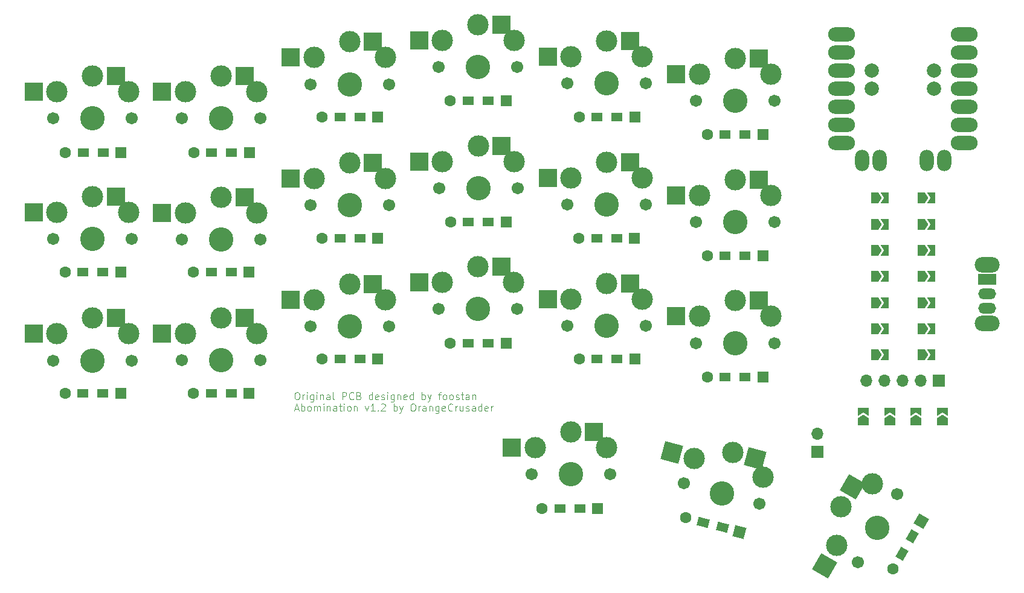
<source format=gbr>
%TF.GenerationSoftware,KiCad,Pcbnew,(6.0.0)*%
%TF.CreationDate,2023-02-19T18:14:09-06:00*%
%TF.ProjectId,corne-chocolate,636f726e-652d-4636-986f-636f6c617465,1.0*%
%TF.SameCoordinates,Original*%
%TF.FileFunction,Soldermask,Top*%
%TF.FilePolarity,Negative*%
%FSLAX46Y46*%
G04 Gerber Fmt 4.6, Leading zero omitted, Abs format (unit mm)*
G04 Created by KiCad (PCBNEW (6.0.0)) date 2023-02-19 18:14:09*
%MOMM*%
%LPD*%
G01*
G04 APERTURE LIST*
G04 Aperture macros list*
%AMRotRect*
0 Rectangle, with rotation*
0 The origin of the aperture is its center*
0 $1 length*
0 $2 width*
0 $3 Rotation angle, in degrees counterclockwise*
0 Add horizontal line*
21,1,$1,$2,0,0,$3*%
%AMFreePoly0*
4,1,6,1.000000,0.000000,0.500000,-0.750000,-0.500000,-0.750000,-0.500000,0.750000,0.500000,0.750000,1.000000,0.000000,1.000000,0.000000,$1*%
%AMFreePoly1*
4,1,6,0.500000,-0.750000,-0.650000,-0.750000,-0.150000,0.000000,-0.650000,0.750000,0.500000,0.750000,0.500000,-0.750000,0.500000,-0.750000,$1*%
G04 Aperture macros list end*
%ADD10C,0.125000*%
%ADD11O,3.748280X1.998980*%
%ADD12C,1.998980*%
%ADD13C,1.000000*%
%ADD14O,1.998980X2.998470*%
%ADD15R,1.600000X1.600000*%
%ADD16R,1.600000X1.200000*%
%ADD17C,1.600000*%
%ADD18RotRect,1.600000X1.200000X345.000000*%
%ADD19RotRect,1.600000X1.600000X345.000000*%
%ADD20RotRect,1.600000X1.600000X60.000000*%
%ADD21RotRect,1.600000X1.200000X60.000000*%
%ADD22C,3.000000*%
%ADD23C,1.701800*%
%ADD24C,3.429000*%
%ADD25R,2.600000X2.600000*%
%ADD26RotRect,2.600000X2.600000X165.000000*%
%ADD27RotRect,2.600000X2.600000X240.000000*%
%ADD28FreePoly0,90.000000*%
%ADD29FreePoly1,90.000000*%
%ADD30FreePoly0,0.000000*%
%ADD31FreePoly1,0.000000*%
%ADD32R,1.700000X1.700000*%
%ADD33O,1.700000X1.700000*%
%ADD34O,3.500000X2.200000*%
%ADD35R,2.500000X1.500000*%
%ADD36O,2.500000X1.500000*%
G04 APERTURE END LIST*
D10*
X-91240179Y-49647380D02*
X-91049703Y-49647380D01*
X-90954465Y-49695000D01*
X-90859227Y-49790238D01*
X-90811608Y-49980714D01*
X-90811608Y-50314047D01*
X-90859227Y-50504523D01*
X-90954465Y-50599761D01*
X-91049703Y-50647380D01*
X-91240179Y-50647380D01*
X-91335417Y-50599761D01*
X-91430655Y-50504523D01*
X-91478274Y-50314047D01*
X-91478274Y-49980714D01*
X-91430655Y-49790238D01*
X-91335417Y-49695000D01*
X-91240179Y-49647380D01*
X-90383036Y-50647380D02*
X-90383036Y-49980714D01*
X-90383036Y-50171190D02*
X-90335417Y-50075952D01*
X-90287798Y-50028333D01*
X-90192560Y-49980714D01*
X-90097322Y-49980714D01*
X-89763989Y-50647380D02*
X-89763989Y-49980714D01*
X-89763989Y-49647380D02*
X-89811608Y-49695000D01*
X-89763989Y-49742619D01*
X-89716370Y-49695000D01*
X-89763989Y-49647380D01*
X-89763989Y-49742619D01*
X-88859227Y-49980714D02*
X-88859227Y-50790238D01*
X-88906846Y-50885476D01*
X-88954465Y-50933095D01*
X-89049703Y-50980714D01*
X-89192560Y-50980714D01*
X-89287798Y-50933095D01*
X-88859227Y-50599761D02*
X-88954465Y-50647380D01*
X-89144941Y-50647380D01*
X-89240179Y-50599761D01*
X-89287798Y-50552142D01*
X-89335417Y-50456904D01*
X-89335417Y-50171190D01*
X-89287798Y-50075952D01*
X-89240179Y-50028333D01*
X-89144941Y-49980714D01*
X-88954465Y-49980714D01*
X-88859227Y-50028333D01*
X-88383036Y-50647380D02*
X-88383036Y-49980714D01*
X-88383036Y-49647380D02*
X-88430655Y-49695000D01*
X-88383036Y-49742619D01*
X-88335417Y-49695000D01*
X-88383036Y-49647380D01*
X-88383036Y-49742619D01*
X-87906846Y-49980714D02*
X-87906846Y-50647380D01*
X-87906846Y-50075952D02*
X-87859227Y-50028333D01*
X-87763989Y-49980714D01*
X-87621131Y-49980714D01*
X-87525893Y-50028333D01*
X-87478274Y-50123571D01*
X-87478274Y-50647380D01*
X-86573512Y-50647380D02*
X-86573512Y-50123571D01*
X-86621131Y-50028333D01*
X-86716370Y-49980714D01*
X-86906846Y-49980714D01*
X-87002084Y-50028333D01*
X-86573512Y-50599761D02*
X-86668750Y-50647380D01*
X-86906846Y-50647380D01*
X-87002084Y-50599761D01*
X-87049703Y-50504523D01*
X-87049703Y-50409285D01*
X-87002084Y-50314047D01*
X-86906846Y-50266428D01*
X-86668750Y-50266428D01*
X-86573512Y-50218809D01*
X-85954465Y-50647380D02*
X-86049703Y-50599761D01*
X-86097322Y-50504523D01*
X-86097322Y-49647380D01*
X-84811608Y-50647380D02*
X-84811608Y-49647380D01*
X-84430655Y-49647380D01*
X-84335417Y-49695000D01*
X-84287798Y-49742619D01*
X-84240179Y-49837857D01*
X-84240179Y-49980714D01*
X-84287798Y-50075952D01*
X-84335417Y-50123571D01*
X-84430655Y-50171190D01*
X-84811608Y-50171190D01*
X-83240179Y-50552142D02*
X-83287798Y-50599761D01*
X-83430655Y-50647380D01*
X-83525893Y-50647380D01*
X-83668750Y-50599761D01*
X-83763989Y-50504523D01*
X-83811608Y-50409285D01*
X-83859227Y-50218809D01*
X-83859227Y-50075952D01*
X-83811608Y-49885476D01*
X-83763989Y-49790238D01*
X-83668750Y-49695000D01*
X-83525893Y-49647380D01*
X-83430655Y-49647380D01*
X-83287798Y-49695000D01*
X-83240179Y-49742619D01*
X-82478274Y-50123571D02*
X-82335417Y-50171190D01*
X-82287798Y-50218809D01*
X-82240179Y-50314047D01*
X-82240179Y-50456904D01*
X-82287798Y-50552142D01*
X-82335417Y-50599761D01*
X-82430655Y-50647380D01*
X-82811608Y-50647380D01*
X-82811608Y-49647380D01*
X-82478274Y-49647380D01*
X-82383036Y-49695000D01*
X-82335417Y-49742619D01*
X-82287798Y-49837857D01*
X-82287798Y-49933095D01*
X-82335417Y-50028333D01*
X-82383036Y-50075952D01*
X-82478274Y-50123571D01*
X-82811608Y-50123571D01*
X-80621131Y-50647380D02*
X-80621131Y-49647380D01*
X-80621131Y-50599761D02*
X-80716370Y-50647380D01*
X-80906846Y-50647380D01*
X-81002084Y-50599761D01*
X-81049703Y-50552142D01*
X-81097322Y-50456904D01*
X-81097322Y-50171190D01*
X-81049703Y-50075952D01*
X-81002084Y-50028333D01*
X-80906846Y-49980714D01*
X-80716370Y-49980714D01*
X-80621131Y-50028333D01*
X-79763989Y-50599761D02*
X-79859227Y-50647380D01*
X-80049703Y-50647380D01*
X-80144941Y-50599761D01*
X-80192560Y-50504523D01*
X-80192560Y-50123571D01*
X-80144941Y-50028333D01*
X-80049703Y-49980714D01*
X-79859227Y-49980714D01*
X-79763989Y-50028333D01*
X-79716370Y-50123571D01*
X-79716370Y-50218809D01*
X-80192560Y-50314047D01*
X-79335417Y-50599761D02*
X-79240179Y-50647380D01*
X-79049703Y-50647380D01*
X-78954465Y-50599761D01*
X-78906846Y-50504523D01*
X-78906846Y-50456904D01*
X-78954465Y-50361666D01*
X-79049703Y-50314047D01*
X-79192560Y-50314047D01*
X-79287798Y-50266428D01*
X-79335417Y-50171190D01*
X-79335417Y-50123571D01*
X-79287798Y-50028333D01*
X-79192560Y-49980714D01*
X-79049703Y-49980714D01*
X-78954465Y-50028333D01*
X-78478274Y-50647380D02*
X-78478274Y-49980714D01*
X-78478274Y-49647380D02*
X-78525893Y-49695000D01*
X-78478274Y-49742619D01*
X-78430655Y-49695000D01*
X-78478274Y-49647380D01*
X-78478274Y-49742619D01*
X-77573512Y-49980714D02*
X-77573512Y-50790238D01*
X-77621131Y-50885476D01*
X-77668750Y-50933095D01*
X-77763989Y-50980714D01*
X-77906846Y-50980714D01*
X-78002084Y-50933095D01*
X-77573512Y-50599761D02*
X-77668750Y-50647380D01*
X-77859227Y-50647380D01*
X-77954465Y-50599761D01*
X-78002084Y-50552142D01*
X-78049703Y-50456904D01*
X-78049703Y-50171190D01*
X-78002084Y-50075952D01*
X-77954465Y-50028333D01*
X-77859227Y-49980714D01*
X-77668750Y-49980714D01*
X-77573512Y-50028333D01*
X-77097322Y-49980714D02*
X-77097322Y-50647380D01*
X-77097322Y-50075952D02*
X-77049703Y-50028333D01*
X-76954465Y-49980714D01*
X-76811608Y-49980714D01*
X-76716370Y-50028333D01*
X-76668750Y-50123571D01*
X-76668750Y-50647380D01*
X-75811608Y-50599761D02*
X-75906846Y-50647380D01*
X-76097322Y-50647380D01*
X-76192560Y-50599761D01*
X-76240179Y-50504523D01*
X-76240179Y-50123571D01*
X-76192560Y-50028333D01*
X-76097322Y-49980714D01*
X-75906846Y-49980714D01*
X-75811608Y-50028333D01*
X-75763989Y-50123571D01*
X-75763989Y-50218809D01*
X-76240179Y-50314047D01*
X-74906846Y-50647380D02*
X-74906846Y-49647380D01*
X-74906846Y-50599761D02*
X-75002084Y-50647380D01*
X-75192560Y-50647380D01*
X-75287798Y-50599761D01*
X-75335417Y-50552142D01*
X-75383036Y-50456904D01*
X-75383036Y-50171190D01*
X-75335417Y-50075952D01*
X-75287798Y-50028333D01*
X-75192560Y-49980714D01*
X-75002084Y-49980714D01*
X-74906846Y-50028333D01*
X-73668750Y-50647380D02*
X-73668750Y-49647380D01*
X-73668750Y-50028333D02*
X-73573512Y-49980714D01*
X-73383036Y-49980714D01*
X-73287798Y-50028333D01*
X-73240179Y-50075952D01*
X-73192560Y-50171190D01*
X-73192560Y-50456904D01*
X-73240179Y-50552142D01*
X-73287798Y-50599761D01*
X-73383036Y-50647380D01*
X-73573512Y-50647380D01*
X-73668750Y-50599761D01*
X-72859227Y-49980714D02*
X-72621131Y-50647380D01*
X-72383036Y-49980714D02*
X-72621131Y-50647380D01*
X-72716370Y-50885476D01*
X-72763989Y-50933095D01*
X-72859227Y-50980714D01*
X-71383036Y-49980714D02*
X-71002084Y-49980714D01*
X-71240179Y-50647380D02*
X-71240179Y-49790238D01*
X-71192560Y-49695000D01*
X-71097322Y-49647380D01*
X-71002084Y-49647380D01*
X-70525893Y-50647380D02*
X-70621131Y-50599761D01*
X-70668750Y-50552142D01*
X-70716370Y-50456904D01*
X-70716370Y-50171190D01*
X-70668750Y-50075952D01*
X-70621131Y-50028333D01*
X-70525893Y-49980714D01*
X-70383036Y-49980714D01*
X-70287798Y-50028333D01*
X-70240179Y-50075952D01*
X-70192560Y-50171190D01*
X-70192560Y-50456904D01*
X-70240179Y-50552142D01*
X-70287798Y-50599761D01*
X-70383036Y-50647380D01*
X-70525893Y-50647380D01*
X-69621131Y-50647380D02*
X-69716370Y-50599761D01*
X-69763989Y-50552142D01*
X-69811608Y-50456904D01*
X-69811608Y-50171190D01*
X-69763989Y-50075952D01*
X-69716370Y-50028333D01*
X-69621131Y-49980714D01*
X-69478274Y-49980714D01*
X-69383036Y-50028333D01*
X-69335417Y-50075952D01*
X-69287798Y-50171190D01*
X-69287798Y-50456904D01*
X-69335417Y-50552142D01*
X-69383036Y-50599761D01*
X-69478274Y-50647380D01*
X-69621131Y-50647380D01*
X-68906846Y-50599761D02*
X-68811608Y-50647380D01*
X-68621131Y-50647380D01*
X-68525893Y-50599761D01*
X-68478274Y-50504523D01*
X-68478274Y-50456904D01*
X-68525893Y-50361666D01*
X-68621131Y-50314047D01*
X-68763989Y-50314047D01*
X-68859227Y-50266428D01*
X-68906846Y-50171190D01*
X-68906846Y-50123571D01*
X-68859227Y-50028333D01*
X-68763989Y-49980714D01*
X-68621131Y-49980714D01*
X-68525893Y-50028333D01*
X-68192560Y-49980714D02*
X-67811608Y-49980714D01*
X-68049703Y-49647380D02*
X-68049703Y-50504523D01*
X-68002084Y-50599761D01*
X-67906846Y-50647380D01*
X-67811608Y-50647380D01*
X-67049703Y-50647380D02*
X-67049703Y-50123571D01*
X-67097322Y-50028333D01*
X-67192560Y-49980714D01*
X-67383036Y-49980714D01*
X-67478274Y-50028333D01*
X-67049703Y-50599761D02*
X-67144941Y-50647380D01*
X-67383036Y-50647380D01*
X-67478274Y-50599761D01*
X-67525893Y-50504523D01*
X-67525893Y-50409285D01*
X-67478274Y-50314047D01*
X-67383036Y-50266428D01*
X-67144941Y-50266428D01*
X-67049703Y-50218809D01*
X-66573512Y-49980714D02*
X-66573512Y-50647380D01*
X-66573512Y-50075952D02*
X-66525893Y-50028333D01*
X-66430655Y-49980714D01*
X-66287798Y-49980714D01*
X-66192560Y-50028333D01*
X-66144941Y-50123571D01*
X-66144941Y-50647380D01*
X-91478274Y-51971666D02*
X-91002084Y-51971666D01*
X-91573512Y-52257380D02*
X-91240179Y-51257380D01*
X-90906846Y-52257380D01*
X-90573512Y-52257380D02*
X-90573512Y-51257380D01*
X-90573512Y-51638333D02*
X-90478274Y-51590714D01*
X-90287798Y-51590714D01*
X-90192560Y-51638333D01*
X-90144941Y-51685952D01*
X-90097322Y-51781190D01*
X-90097322Y-52066904D01*
X-90144941Y-52162142D01*
X-90192560Y-52209761D01*
X-90287798Y-52257380D01*
X-90478274Y-52257380D01*
X-90573512Y-52209761D01*
X-89525893Y-52257380D02*
X-89621131Y-52209761D01*
X-89668750Y-52162142D01*
X-89716370Y-52066904D01*
X-89716370Y-51781190D01*
X-89668750Y-51685952D01*
X-89621131Y-51638333D01*
X-89525893Y-51590714D01*
X-89383036Y-51590714D01*
X-89287798Y-51638333D01*
X-89240179Y-51685952D01*
X-89192560Y-51781190D01*
X-89192560Y-52066904D01*
X-89240179Y-52162142D01*
X-89287798Y-52209761D01*
X-89383036Y-52257380D01*
X-89525893Y-52257380D01*
X-88763989Y-52257380D02*
X-88763989Y-51590714D01*
X-88763989Y-51685952D02*
X-88716370Y-51638333D01*
X-88621131Y-51590714D01*
X-88478274Y-51590714D01*
X-88383036Y-51638333D01*
X-88335417Y-51733571D01*
X-88335417Y-52257380D01*
X-88335417Y-51733571D02*
X-88287798Y-51638333D01*
X-88192560Y-51590714D01*
X-88049703Y-51590714D01*
X-87954465Y-51638333D01*
X-87906846Y-51733571D01*
X-87906846Y-52257380D01*
X-87430655Y-52257380D02*
X-87430655Y-51590714D01*
X-87430655Y-51257380D02*
X-87478274Y-51305000D01*
X-87430655Y-51352619D01*
X-87383036Y-51305000D01*
X-87430655Y-51257380D01*
X-87430655Y-51352619D01*
X-86954465Y-51590714D02*
X-86954465Y-52257380D01*
X-86954465Y-51685952D02*
X-86906846Y-51638333D01*
X-86811608Y-51590714D01*
X-86668750Y-51590714D01*
X-86573512Y-51638333D01*
X-86525893Y-51733571D01*
X-86525893Y-52257380D01*
X-85621131Y-52257380D02*
X-85621131Y-51733571D01*
X-85668750Y-51638333D01*
X-85763989Y-51590714D01*
X-85954465Y-51590714D01*
X-86049703Y-51638333D01*
X-85621131Y-52209761D02*
X-85716370Y-52257380D01*
X-85954465Y-52257380D01*
X-86049703Y-52209761D01*
X-86097322Y-52114523D01*
X-86097322Y-52019285D01*
X-86049703Y-51924047D01*
X-85954465Y-51876428D01*
X-85716370Y-51876428D01*
X-85621131Y-51828809D01*
X-85287798Y-51590714D02*
X-84906846Y-51590714D01*
X-85144941Y-51257380D02*
X-85144941Y-52114523D01*
X-85097322Y-52209761D01*
X-85002084Y-52257380D01*
X-84906846Y-52257380D01*
X-84573512Y-52257380D02*
X-84573512Y-51590714D01*
X-84573512Y-51257380D02*
X-84621131Y-51305000D01*
X-84573512Y-51352619D01*
X-84525893Y-51305000D01*
X-84573512Y-51257380D01*
X-84573512Y-51352619D01*
X-83954465Y-52257380D02*
X-84049703Y-52209761D01*
X-84097322Y-52162142D01*
X-84144941Y-52066904D01*
X-84144941Y-51781190D01*
X-84097322Y-51685952D01*
X-84049703Y-51638333D01*
X-83954465Y-51590714D01*
X-83811608Y-51590714D01*
X-83716370Y-51638333D01*
X-83668750Y-51685952D01*
X-83621131Y-51781190D01*
X-83621131Y-52066904D01*
X-83668750Y-52162142D01*
X-83716370Y-52209761D01*
X-83811608Y-52257380D01*
X-83954465Y-52257380D01*
X-83192560Y-51590714D02*
X-83192560Y-52257380D01*
X-83192560Y-51685952D02*
X-83144941Y-51638333D01*
X-83049703Y-51590714D01*
X-82906846Y-51590714D01*
X-82811608Y-51638333D01*
X-82763989Y-51733571D01*
X-82763989Y-52257380D01*
X-81621131Y-51590714D02*
X-81383036Y-52257380D01*
X-81144941Y-51590714D01*
X-80240179Y-52257380D02*
X-80811608Y-52257380D01*
X-80525893Y-52257380D02*
X-80525893Y-51257380D01*
X-80621131Y-51400238D01*
X-80716370Y-51495476D01*
X-80811608Y-51543095D01*
X-79811608Y-52162142D02*
X-79763989Y-52209761D01*
X-79811608Y-52257380D01*
X-79859227Y-52209761D01*
X-79811608Y-52162142D01*
X-79811608Y-52257380D01*
X-79383036Y-51352619D02*
X-79335417Y-51305000D01*
X-79240179Y-51257380D01*
X-79002084Y-51257380D01*
X-78906846Y-51305000D01*
X-78859227Y-51352619D01*
X-78811608Y-51447857D01*
X-78811608Y-51543095D01*
X-78859227Y-51685952D01*
X-79430655Y-52257380D01*
X-78811608Y-52257380D01*
X-77621131Y-52257380D02*
X-77621131Y-51257380D01*
X-77621131Y-51638333D02*
X-77525893Y-51590714D01*
X-77335417Y-51590714D01*
X-77240179Y-51638333D01*
X-77192560Y-51685952D01*
X-77144941Y-51781190D01*
X-77144941Y-52066904D01*
X-77192560Y-52162142D01*
X-77240179Y-52209761D01*
X-77335417Y-52257380D01*
X-77525893Y-52257380D01*
X-77621131Y-52209761D01*
X-76811608Y-51590714D02*
X-76573512Y-52257380D01*
X-76335417Y-51590714D02*
X-76573512Y-52257380D01*
X-76668750Y-52495476D01*
X-76716370Y-52543095D01*
X-76811608Y-52590714D01*
X-75002084Y-51257380D02*
X-74811608Y-51257380D01*
X-74716370Y-51305000D01*
X-74621131Y-51400238D01*
X-74573512Y-51590714D01*
X-74573512Y-51924047D01*
X-74621131Y-52114523D01*
X-74716370Y-52209761D01*
X-74811608Y-52257380D01*
X-75002084Y-52257380D01*
X-75097322Y-52209761D01*
X-75192560Y-52114523D01*
X-75240179Y-51924047D01*
X-75240179Y-51590714D01*
X-75192560Y-51400238D01*
X-75097322Y-51305000D01*
X-75002084Y-51257380D01*
X-74144941Y-52257380D02*
X-74144941Y-51590714D01*
X-74144941Y-51781190D02*
X-74097322Y-51685952D01*
X-74049703Y-51638333D01*
X-73954465Y-51590714D01*
X-73859227Y-51590714D01*
X-73097322Y-52257380D02*
X-73097322Y-51733571D01*
X-73144941Y-51638333D01*
X-73240179Y-51590714D01*
X-73430655Y-51590714D01*
X-73525893Y-51638333D01*
X-73097322Y-52209761D02*
X-73192560Y-52257380D01*
X-73430655Y-52257380D01*
X-73525893Y-52209761D01*
X-73573512Y-52114523D01*
X-73573512Y-52019285D01*
X-73525893Y-51924047D01*
X-73430655Y-51876428D01*
X-73192560Y-51876428D01*
X-73097322Y-51828809D01*
X-72621131Y-51590714D02*
X-72621131Y-52257380D01*
X-72621131Y-51685952D02*
X-72573512Y-51638333D01*
X-72478274Y-51590714D01*
X-72335417Y-51590714D01*
X-72240179Y-51638333D01*
X-72192560Y-51733571D01*
X-72192560Y-52257380D01*
X-71287798Y-51590714D02*
X-71287798Y-52400238D01*
X-71335417Y-52495476D01*
X-71383036Y-52543095D01*
X-71478274Y-52590714D01*
X-71621131Y-52590714D01*
X-71716370Y-52543095D01*
X-71287798Y-52209761D02*
X-71383036Y-52257380D01*
X-71573512Y-52257380D01*
X-71668750Y-52209761D01*
X-71716370Y-52162142D01*
X-71763989Y-52066904D01*
X-71763989Y-51781190D01*
X-71716370Y-51685952D01*
X-71668750Y-51638333D01*
X-71573512Y-51590714D01*
X-71383036Y-51590714D01*
X-71287798Y-51638333D01*
X-70430655Y-52209761D02*
X-70525893Y-52257380D01*
X-70716370Y-52257380D01*
X-70811608Y-52209761D01*
X-70859227Y-52114523D01*
X-70859227Y-51733571D01*
X-70811608Y-51638333D01*
X-70716370Y-51590714D01*
X-70525893Y-51590714D01*
X-70430655Y-51638333D01*
X-70383036Y-51733571D01*
X-70383036Y-51828809D01*
X-70859227Y-51924047D01*
X-69383036Y-52162142D02*
X-69430655Y-52209761D01*
X-69573512Y-52257380D01*
X-69668751Y-52257380D01*
X-69811608Y-52209761D01*
X-69906846Y-52114523D01*
X-69954465Y-52019285D01*
X-70002084Y-51828809D01*
X-70002084Y-51685952D01*
X-69954465Y-51495476D01*
X-69906846Y-51400238D01*
X-69811608Y-51305000D01*
X-69668751Y-51257380D01*
X-69573512Y-51257380D01*
X-69430655Y-51305000D01*
X-69383036Y-51352619D01*
X-68954465Y-52257380D02*
X-68954465Y-51590714D01*
X-68954465Y-51781190D02*
X-68906846Y-51685952D01*
X-68859227Y-51638333D01*
X-68763989Y-51590714D01*
X-68668751Y-51590714D01*
X-67906846Y-51590714D02*
X-67906846Y-52257380D01*
X-68335417Y-51590714D02*
X-68335417Y-52114523D01*
X-68287798Y-52209761D01*
X-68192560Y-52257380D01*
X-68049703Y-52257380D01*
X-67954465Y-52209761D01*
X-67906846Y-52162142D01*
X-67478274Y-52209761D02*
X-67383036Y-52257380D01*
X-67192560Y-52257380D01*
X-67097322Y-52209761D01*
X-67049703Y-52114523D01*
X-67049703Y-52066904D01*
X-67097322Y-51971666D01*
X-67192560Y-51924047D01*
X-67335417Y-51924047D01*
X-67430655Y-51876428D01*
X-67478274Y-51781190D01*
X-67478274Y-51733571D01*
X-67430655Y-51638333D01*
X-67335417Y-51590714D01*
X-67192560Y-51590714D01*
X-67097322Y-51638333D01*
X-66192560Y-52257380D02*
X-66192560Y-51733571D01*
X-66240179Y-51638333D01*
X-66335417Y-51590714D01*
X-66525893Y-51590714D01*
X-66621131Y-51638333D01*
X-66192560Y-52209761D02*
X-66287798Y-52257380D01*
X-66525893Y-52257380D01*
X-66621131Y-52209761D01*
X-66668751Y-52114523D01*
X-66668751Y-52019285D01*
X-66621131Y-51924047D01*
X-66525893Y-51876428D01*
X-66287798Y-51876428D01*
X-66192560Y-51828809D01*
X-65287798Y-52257380D02*
X-65287798Y-51257380D01*
X-65287798Y-52209761D02*
X-65383036Y-52257380D01*
X-65573512Y-52257380D01*
X-65668751Y-52209761D01*
X-65716370Y-52162142D01*
X-65763989Y-52066904D01*
X-65763989Y-51781190D01*
X-65716370Y-51685952D01*
X-65668751Y-51638333D01*
X-65573512Y-51590714D01*
X-65383036Y-51590714D01*
X-65287798Y-51638333D01*
X-64430655Y-52209761D02*
X-64525893Y-52257380D01*
X-64716370Y-52257380D01*
X-64811608Y-52209761D01*
X-64859227Y-52114523D01*
X-64859227Y-51733571D01*
X-64811608Y-51638333D01*
X-64716370Y-51590714D01*
X-64525893Y-51590714D01*
X-64430655Y-51638333D01*
X-64383036Y-51733571D01*
X-64383036Y-51828809D01*
X-64859227Y-51924047D01*
X-63954465Y-52257380D02*
X-63954465Y-51590714D01*
X-63954465Y-51781190D02*
X-63906846Y-51685952D01*
X-63859227Y-51638333D01*
X-63763989Y-51590714D01*
X-63668751Y-51590714D01*
D11*
%TO.C,U1*%
X-14812280Y564120D03*
X-14812280Y-1975880D03*
X-14812280Y-4515880D03*
X-14812280Y-7055880D03*
X-14812280Y-9595880D03*
X-14812280Y-12135880D03*
X-14812280Y-14675880D03*
X2352280Y-14675880D03*
X2352280Y-12135880D03*
X2352280Y-9595880D03*
X2352280Y-7055880D03*
X2352280Y-4515880D03*
X2352280Y-1975880D03*
X2352280Y564120D03*
D12*
X-10573400Y-4515880D03*
X-1885400Y-4515880D03*
X-10573400Y-7055880D03*
X-1885400Y-7055880D03*
D13*
X-9495400Y-17983700D03*
D14*
X-9488700Y-17073700D03*
D13*
X-2945400Y-17983700D03*
D14*
X-2935400Y-17073700D03*
X-11977900Y-17073700D03*
X-446200Y-17073700D03*
D13*
X-455400Y-17953700D03*
X-11985400Y-17953700D03*
%TD*%
D15*
%TO.C,D1*%
X-115825000Y-16000000D03*
D16*
X-118325000Y-16000000D03*
D17*
X-123625000Y-16000000D03*
D16*
X-121125000Y-16000000D03*
%TD*%
%TO.C,D2*%
X-100325000Y-16000000D03*
D15*
X-97825000Y-16000000D03*
D16*
X-103125000Y-16000000D03*
D17*
X-105625000Y-16000000D03*
%TD*%
D15*
%TO.C,D3*%
X-79850000Y-11000000D03*
D16*
X-82350000Y-11000000D03*
X-85150000Y-11000000D03*
D17*
X-87650000Y-11000000D03*
%TD*%
D16*
%TO.C,D4*%
X-64375000Y-8750000D03*
D15*
X-61875000Y-8750000D03*
D17*
X-69675000Y-8750000D03*
D16*
X-67175000Y-8750000D03*
%TD*%
%TO.C,D5*%
X-46325000Y-11000000D03*
D15*
X-43825000Y-11000000D03*
D16*
X-49125000Y-11000000D03*
D17*
X-51625000Y-11000000D03*
%TD*%
D15*
%TO.C,D6*%
X-25875000Y-13500000D03*
D16*
X-28375000Y-13500000D03*
D17*
X-33675000Y-13500000D03*
D16*
X-31175000Y-13500000D03*
%TD*%
%TO.C,D8*%
X-100375000Y-32750000D03*
D15*
X-97875000Y-32750000D03*
D16*
X-103175000Y-32750000D03*
D17*
X-105675000Y-32750000D03*
%TD*%
D16*
%TO.C,D9*%
X-82350000Y-28000000D03*
D15*
X-79850000Y-28000000D03*
D16*
X-85150000Y-28000000D03*
D17*
X-87650000Y-28000000D03*
%TD*%
D15*
%TO.C,D10*%
X-61850000Y-25750000D03*
D16*
X-64350000Y-25750000D03*
X-67150000Y-25750000D03*
D17*
X-69650000Y-25750000D03*
%TD*%
D16*
%TO.C,D11*%
X-46350000Y-28000000D03*
D15*
X-43850000Y-28000000D03*
D16*
X-49150000Y-28000000D03*
D17*
X-51650000Y-28000000D03*
%TD*%
D15*
%TO.C,D12*%
X-25875000Y-30500000D03*
D16*
X-28375000Y-30500000D03*
X-31175000Y-30500000D03*
D17*
X-33675000Y-30500000D03*
%TD*%
D15*
%TO.C,D14*%
X-97875000Y-49750000D03*
D16*
X-100375000Y-49750000D03*
D17*
X-105675000Y-49750000D03*
D16*
X-103175000Y-49750000D03*
%TD*%
%TO.C,D15*%
X-82350000Y-45000000D03*
D15*
X-79850000Y-45000000D03*
D16*
X-85150000Y-45000000D03*
D17*
X-87650000Y-45000000D03*
%TD*%
D16*
%TO.C,D16*%
X-64375000Y-42750000D03*
D15*
X-61875000Y-42750000D03*
D17*
X-69675000Y-42750000D03*
D16*
X-67175000Y-42750000D03*
%TD*%
%TO.C,D17*%
X-46325000Y-45000000D03*
D15*
X-43825000Y-45000000D03*
D16*
X-49125000Y-45000000D03*
D17*
X-51625000Y-45000000D03*
%TD*%
D15*
%TO.C,D18*%
X-25875000Y-47500000D03*
D16*
X-28375000Y-47500000D03*
X-31175000Y-47500000D03*
D17*
X-33675000Y-47500000D03*
%TD*%
D15*
%TO.C,D19*%
X-49025000Y-65949000D03*
D16*
X-51525000Y-65949000D03*
X-54325000Y-65949000D03*
D17*
X-56825000Y-65949000D03*
%TD*%
D18*
%TO.C,D20*%
X-31537704Y-68602347D03*
D19*
X-29122889Y-69249394D03*
D18*
X-34242296Y-67877653D03*
D17*
X-36657111Y-67230606D03*
%TD*%
D20*
%TO.C,D21*%
X-3713000Y-67708501D03*
D21*
X-4963000Y-69873564D03*
X-6363000Y-72298436D03*
D17*
X-7613000Y-74463499D03*
%TD*%
D22*
%TO.C,SW1*%
X-119797200Y-5219600D03*
D23*
X-125297200Y-11169600D03*
X-114297200Y-11169600D03*
D22*
X-114797200Y-7419600D03*
X-124797200Y-7419600D03*
D24*
X-119797200Y-11169600D03*
D25*
X-116522200Y-5219600D03*
X-128072200Y-7419600D03*
%TD*%
D23*
%TO.C,SW2*%
X-96303100Y-11173400D03*
D22*
X-106803100Y-7423400D03*
D24*
X-101803100Y-11173400D03*
D22*
X-101803100Y-5223400D03*
X-96803100Y-7423400D03*
D23*
X-107303100Y-11173400D03*
D25*
X-98528100Y-5223400D03*
X-110078100Y-7423400D03*
%TD*%
D24*
%TO.C,SW3*%
X-83789000Y-6396600D03*
D23*
X-78289000Y-6396600D03*
X-89289000Y-6396600D03*
D22*
X-83789000Y-446600D03*
X-78789000Y-2646600D03*
X-88789000Y-2646600D03*
D25*
X-80514000Y-446600D03*
X-92064000Y-2646600D03*
%TD*%
D22*
%TO.C,SW4*%
X-70779000Y-236800D03*
D23*
X-71279000Y-3986800D03*
D22*
X-65779000Y1963200D03*
X-60779000Y-236800D03*
D23*
X-60279000Y-3986800D03*
D24*
X-65779000Y-3986800D03*
D25*
X-62504000Y1963200D03*
X-74054000Y-236800D03*
%TD*%
D23*
%TO.C,SW5*%
X-53263000Y-6307900D03*
X-42263000Y-6307900D03*
D22*
X-52763000Y-2557900D03*
D24*
X-47763000Y-6307900D03*
D22*
X-42763000Y-2557900D03*
X-47763000Y-357900D03*
D25*
X-44488000Y-357900D03*
X-56038000Y-2557900D03*
%TD*%
D24*
%TO.C,SW6*%
X-29750000Y-8708900D03*
D22*
X-29750000Y-2758900D03*
X-24750000Y-4958900D03*
D23*
X-24250000Y-8708900D03*
D22*
X-34750000Y-4958900D03*
D23*
X-35250000Y-8708900D03*
D25*
X-26475000Y-2758900D03*
X-38025000Y-4958900D03*
%TD*%
D22*
%TO.C,SW7*%
X-114797200Y-24402500D03*
D23*
X-114297200Y-28152500D03*
D22*
X-124797200Y-24402500D03*
D24*
X-119797200Y-28152500D03*
D23*
X-125297200Y-28152500D03*
D22*
X-119797200Y-22202500D03*
D25*
X-116522200Y-22202500D03*
X-128072200Y-24402500D03*
%TD*%
D23*
%TO.C,SW8*%
X-107303100Y-28187000D03*
D24*
X-101803100Y-28187000D03*
D22*
X-106803100Y-24437000D03*
X-96803100Y-24437000D03*
X-101803100Y-22237000D03*
D23*
X-96303100Y-28187000D03*
D25*
X-98528100Y-22237000D03*
X-110078100Y-24437000D03*
%TD*%
D23*
%TO.C,SW9*%
X-89287000Y-23385200D03*
D22*
X-78787000Y-19635200D03*
D23*
X-78287000Y-23385200D03*
D22*
X-83787000Y-17435200D03*
X-88787000Y-19635200D03*
D24*
X-83787000Y-23385200D03*
D25*
X-80512000Y-17435200D03*
X-92062000Y-19635200D03*
%TD*%
D23*
%TO.C,SW10*%
X-60272000Y-20988000D03*
X-71272000Y-20988000D03*
D22*
X-70772000Y-17238000D03*
X-65772000Y-15038000D03*
D24*
X-65772000Y-20988000D03*
D22*
X-60772000Y-17238000D03*
D25*
X-62497000Y-15038000D03*
X-74047000Y-17238000D03*
%TD*%
D22*
%TO.C,SW11*%
X-52763000Y-19572700D03*
X-42763000Y-19572700D03*
X-47763000Y-17372700D03*
D23*
X-53263000Y-23322700D03*
D24*
X-47763000Y-23322700D03*
D23*
X-42263000Y-23322700D03*
D25*
X-44488000Y-17372700D03*
X-56038000Y-19572700D03*
%TD*%
D22*
%TO.C,SW12*%
X-29750000Y-19800000D03*
D23*
X-35250000Y-25750000D03*
X-24250000Y-25750000D03*
D22*
X-34750000Y-22000000D03*
X-24750000Y-22000000D03*
D24*
X-29750000Y-25750000D03*
D25*
X-26475000Y-19800000D03*
X-38025000Y-22000000D03*
%TD*%
D22*
%TO.C,SW13*%
X-124797200Y-41433000D03*
X-114797200Y-41433000D03*
D24*
X-119797200Y-45183000D03*
D22*
X-119797200Y-39233000D03*
D23*
X-125297200Y-45183000D03*
X-114297200Y-45183000D03*
D25*
X-116522200Y-39233000D03*
X-128072200Y-41433000D03*
%TD*%
D23*
%TO.C,SW14*%
X-96303100Y-45171000D03*
D22*
X-96803100Y-41421000D03*
D23*
X-107303100Y-45171000D03*
D24*
X-101803100Y-45171000D03*
D22*
X-101803100Y-39221000D03*
X-106803100Y-41421000D03*
D25*
X-98528100Y-39221000D03*
X-110078100Y-41421000D03*
%TD*%
D22*
%TO.C,SW15*%
X-88786000Y-36648000D03*
X-78786000Y-36648000D03*
D24*
X-83786000Y-40398000D03*
D23*
X-78286000Y-40398000D03*
X-89286000Y-40398000D03*
D22*
X-83786000Y-34448000D03*
D25*
X-80511000Y-34448000D03*
X-92061000Y-36648000D03*
%TD*%
D23*
%TO.C,SW16*%
X-71283000Y-37977000D03*
D22*
X-70783000Y-34227000D03*
D23*
X-60283000Y-37977000D03*
D22*
X-65783000Y-32027000D03*
X-60783000Y-34227000D03*
D24*
X-65783000Y-37977000D03*
D25*
X-62508000Y-32027000D03*
X-74058000Y-34227000D03*
%TD*%
D22*
%TO.C,SW17*%
X-52763000Y-36564000D03*
X-42763000Y-36564000D03*
X-47763000Y-34364000D03*
D23*
X-53263000Y-40314000D03*
D24*
X-47763000Y-40314000D03*
D23*
X-42263000Y-40314000D03*
D25*
X-44488000Y-34364000D03*
X-56038000Y-36564000D03*
%TD*%
D22*
%TO.C,SW19*%
X-52815000Y-55200000D03*
D23*
X-47315000Y-61150000D03*
X-58315000Y-61150000D03*
D22*
X-57815000Y-57400000D03*
X-47815000Y-57400000D03*
D24*
X-52815000Y-61150000D03*
D25*
X-49540000Y-55200000D03*
X-61090000Y-57400000D03*
%TD*%
D22*
%TO.C,SW20*%
X-30096027Y-58115741D03*
D23*
X-36948592Y-62439495D03*
D22*
X-35495058Y-58946683D03*
D23*
X-26323408Y-65286505D03*
D24*
X-31636000Y-63863000D03*
D22*
X-25835799Y-61534873D03*
D26*
X-26932620Y-58963374D03*
X-38658465Y-58099051D03*
%TD*%
D22*
%TO.C,SW21*%
X-10562595Y-62494873D03*
D23*
X-7065000Y-63936860D03*
D22*
X-14967851Y-65725000D03*
D23*
X-12565000Y-73463140D03*
D22*
X-15562595Y-71155127D03*
D24*
X-9815000Y-68700000D03*
D27*
X-13330351Y-62888767D03*
X-17200095Y-73991360D03*
%TD*%
D23*
%TO.C,SW18*%
X-24243000Y-42740000D03*
D22*
X-29743000Y-36790000D03*
X-24743000Y-38990000D03*
D23*
X-35243000Y-42740000D03*
D22*
X-34743000Y-38990000D03*
D24*
X-29743000Y-42740000D03*
D25*
X-26468000Y-36790000D03*
X-38018000Y-38990000D03*
%TD*%
D15*
%TO.C,D13*%
X-115875000Y-49750000D03*
D16*
X-118375000Y-49750000D03*
X-121175000Y-49750000D03*
D17*
X-123675000Y-49750000D03*
%TD*%
D16*
%TO.C,D7*%
X-118375000Y-32750000D03*
D15*
X-115875000Y-32750000D03*
D17*
X-123675000Y-32750000D03*
D16*
X-121175000Y-32750000D03*
%TD*%
D28*
%TO.C,JP29*%
X-736400Y-53775000D03*
D29*
X-736400Y-52325000D03*
%TD*%
D30*
%TO.C,JP28*%
X-10210200Y-44406700D03*
D31*
X-8760200Y-44406700D03*
%TD*%
D30*
%TO.C,JP33*%
X-3656900Y-33401700D03*
D31*
X-2206900Y-33401700D03*
%TD*%
D30*
%TO.C,JP23*%
X-10210200Y-26065000D03*
D31*
X-8760200Y-26065000D03*
%TD*%
D30*
%TO.C,JP31*%
X-3656900Y-26065000D03*
D31*
X-2206900Y-26065000D03*
%TD*%
D30*
%TO.C,JP27*%
X-10210200Y-40738300D03*
D31*
X-8760200Y-40738300D03*
%TD*%
D30*
%TO.C,JP24*%
X-10210200Y-29733300D03*
D31*
X-8760200Y-29733300D03*
%TD*%
D32*
%TO.C,J9*%
X-18225000Y-58010000D03*
D33*
X-18225000Y-55470000D03*
%TD*%
D30*
%TO.C,JP22*%
X-10210200Y-22396700D03*
D31*
X-8760200Y-22396700D03*
%TD*%
D34*
%TO.C,SW23*%
X5536500Y-39928000D03*
X5536500Y-31728000D03*
D35*
X5536500Y-33828000D03*
D36*
X5536500Y-35828000D03*
X5536500Y-37828000D03*
%TD*%
D28*
%TO.C,JP20*%
X-4423100Y-53775000D03*
D29*
X-4423100Y-52325000D03*
%TD*%
D30*
%TO.C,JP34*%
X-3656900Y-37070000D03*
D31*
X-2206900Y-37070000D03*
%TD*%
D30*
%TO.C,JP37*%
X-3656900Y-22396700D03*
D31*
X-2206900Y-22396700D03*
%TD*%
D28*
%TO.C,JP16*%
X-11796400Y-53775000D03*
D29*
X-11796400Y-52325000D03*
%TD*%
D30*
%TO.C,JP36*%
X-3656900Y-44406700D03*
D31*
X-2206900Y-44406700D03*
%TD*%
D32*
%TO.C,J1*%
X-1235000Y-48000000D03*
D33*
X-3775000Y-48000000D03*
X-6315000Y-48000000D03*
X-8855000Y-48000000D03*
X-11395000Y-48000000D03*
%TD*%
D28*
%TO.C,JP18*%
X-8109800Y-53775000D03*
D29*
X-8109800Y-52325000D03*
%TD*%
D30*
%TO.C,JP25*%
X-10210200Y-33401700D03*
D31*
X-8760200Y-33401700D03*
%TD*%
D30*
%TO.C,JP32*%
X-3656900Y-29733300D03*
D31*
X-2206900Y-29733300D03*
%TD*%
D30*
%TO.C,JP35*%
X-3656900Y-40738300D03*
D31*
X-2206900Y-40738300D03*
%TD*%
D30*
%TO.C,JP26*%
X-10210200Y-37070000D03*
D31*
X-8760200Y-37070000D03*
%TD*%
M02*

</source>
